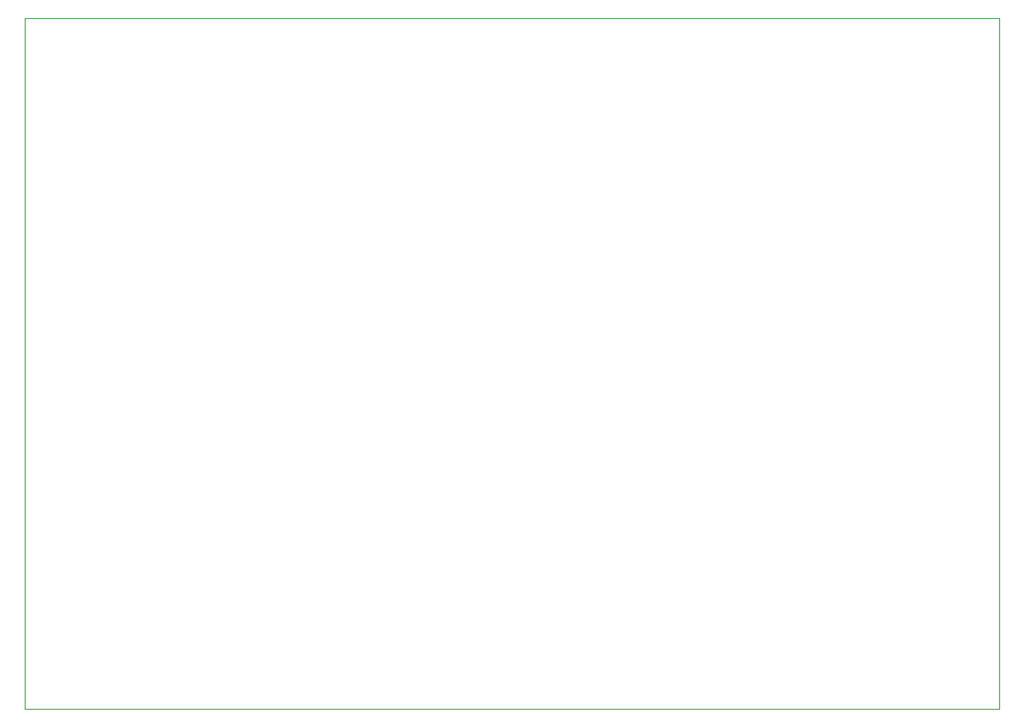
<source format=gbr>
G04 #@! TF.FileFunction,Profile,NP*
%FSLAX46Y46*%
G04 Gerber Fmt 4.6, Leading zero omitted, Abs format (unit mm)*
G04 Created by KiCad (PCBNEW 4.0.6) date 09/01/17 11:34:36*
%MOMM*%
%LPD*%
G01*
G04 APERTURE LIST*
%ADD10C,0.100000*%
G04 APERTURE END LIST*
D10*
X25000000Y-125000000D02*
X25000000Y-54000000D01*
X125000000Y-54000000D02*
X125000000Y-125000000D01*
X125000000Y-54000000D02*
X25000000Y-54000000D01*
X25000000Y-125000000D02*
X125000000Y-125000000D01*
M02*

</source>
